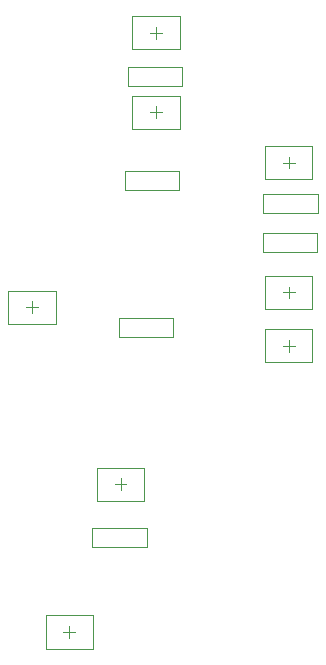
<source format=gbr>
%TF.GenerationSoftware,Altium Limited,Altium Designer,20.0.12 (288)*%
G04 Layer_Color=32768*
%FSLAX44Y44*%
%MOMM*%
%TF.FileFunction,Other,Mechanical_15*%
%TF.Part,Single*%
G01*
G75*
%TA.AperFunction,NonConductor*%
%ADD48C,0.1000*%
D48*
X202500Y345000D02*
Y355000D01*
X197500Y350001D02*
X207500D01*
X182500Y336000D02*
X222500D01*
X182500Y364001D02*
X222500D01*
Y336000D02*
Y364001D01*
X182500Y336000D02*
Y364001D01*
X420000Y312500D02*
Y322500D01*
X415000Y317500D02*
X425000D01*
X400000Y331500D02*
X440000D01*
X400000Y303500D02*
X440000D01*
X400000D02*
Y331500D01*
X440000Y303500D02*
Y331500D01*
X444500Y429500D02*
Y445500D01*
X398500Y429500D02*
Y445500D01*
Y429500D02*
X444500D01*
X398500Y445500D02*
X444500D01*
X329500Y537000D02*
Y553000D01*
X283500Y537000D02*
Y553000D01*
Y537000D02*
X329500D01*
X283500Y553000D02*
X329500D01*
X400000Y458500D02*
Y486500D01*
X440000Y458500D02*
Y486500D01*
X400000D02*
X440000D01*
X400000Y458500D02*
X440000D01*
X415000Y472500D02*
X425000D01*
X420000Y467500D02*
Y477500D01*
X287500Y501000D02*
Y529000D01*
X327500Y501000D02*
Y529000D01*
X287500D02*
X327500D01*
X287500Y501000D02*
X327500D01*
X302500Y515000D02*
X312500D01*
X307500Y510000D02*
Y520000D01*
X253500Y147000D02*
X299500D01*
X253500Y163000D02*
X299500D01*
Y147000D02*
Y163000D01*
X253500Y147000D02*
Y163000D01*
X277500Y195000D02*
Y205000D01*
X272500Y200000D02*
X282500D01*
X257500Y214000D02*
X297500D01*
X257500Y186000D02*
X297500D01*
X257500D02*
Y214000D01*
X297500Y186000D02*
Y214000D01*
X281000Y449500D02*
X327000D01*
X281000Y465500D02*
X327000D01*
Y449500D02*
Y465500D01*
X281000Y449500D02*
Y465500D01*
X307500Y577500D02*
Y587500D01*
X302500Y582500D02*
X312500D01*
X287500Y568500D02*
X327500D01*
X287500Y596500D02*
X327500D01*
Y568500D02*
Y596500D01*
X287500Y568500D02*
Y596500D01*
X420000Y357500D02*
Y367500D01*
X415000Y362500D02*
X425000D01*
X400000Y348500D02*
X440000D01*
X400000Y376500D02*
X440000D01*
Y348500D02*
Y376500D01*
X400000Y348500D02*
Y376500D01*
X398000Y413000D02*
X444000D01*
X398000Y397000D02*
X444000D01*
X398000D02*
Y413000D01*
X444000Y397000D02*
Y413000D01*
X276000Y324500D02*
X322000D01*
X276000Y340500D02*
X322000D01*
Y324500D02*
Y340500D01*
X276000Y324500D02*
Y340500D01*
X254000Y61000D02*
Y89000D01*
X214000Y61000D02*
Y89000D01*
Y61000D02*
X254000D01*
X214000Y89000D02*
X254000D01*
X229000Y75000D02*
X239000D01*
X234000Y70000D02*
Y80000D01*
%TF.MD5,ae6bcf3199dba23abeff6478beedb7c8*%
M02*

</source>
